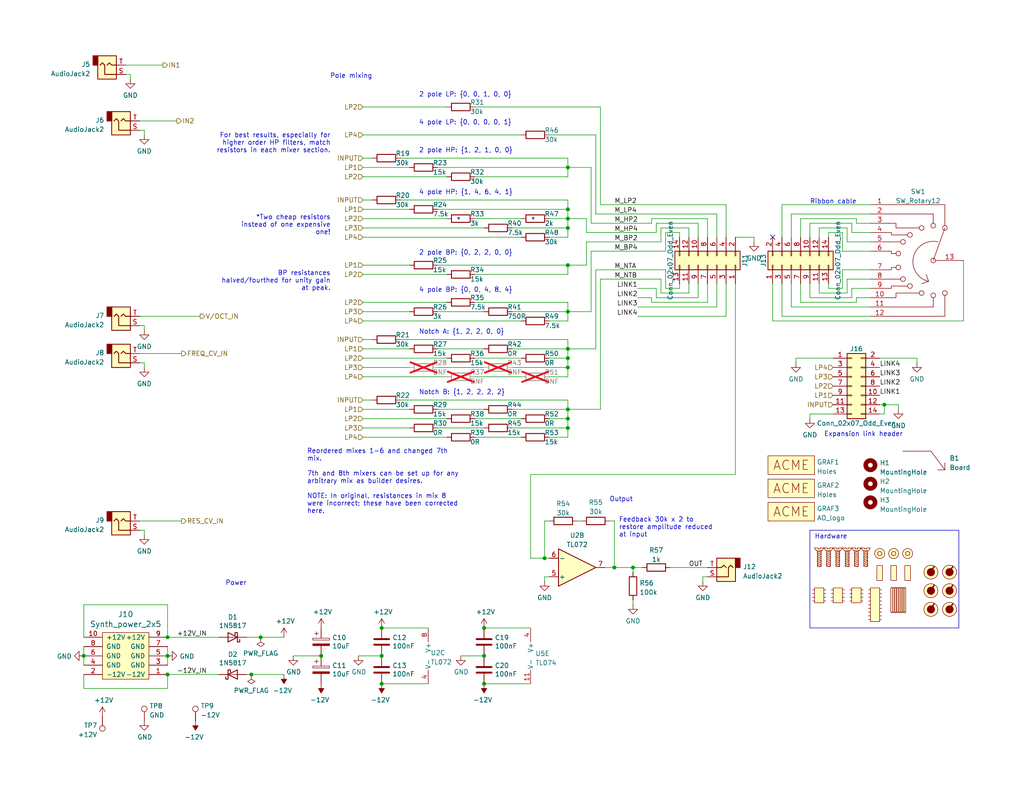
<source format=kicad_sch>
(kicad_sch (version 20230121) (generator eeschema)
  (paper "USLetter")
  (title_block (title "Pole mixing filter") (date "2022-03-29") (company "mods by Rich Holmes / Analog Output") (comment 1 "CC BY-NC-SA 4.0") (comment 2 "https://electricdruid.net/multimode-filters-part-2-pole-mixing-filters/") (comment 3 "Based on Electric Druid design "))
  (junction (at 154.94 62.23))
  (junction (at 154.94 95.25))
  (junction (at 22.86 179.07))
  (junction (at 154.94 57.15))
  (junction (at 104.14 186.69))
  (junction (at 241.3 110.49))
  (junction (at 154.94 100.33))
  (junction (at 132.08 171.45))
  (junction (at 154.94 111.76))
  (junction (at 104.14 179.07))
  (junction (at 71.12 173.99))
  (junction (at 148.59 152.4))
  (junction (at 68.58 184.15))
  (junction (at 154.94 72.39))
  (junction (at 132.08 186.69))
  (junction (at 87.63 179.07))
  (junction (at 104.14 171.45))
  (junction (at 154.94 85.09))
  (junction (at 154.94 116.84))
  (junction (at 45.72 179.07))
  (junction (at 154.94 114.3))
  (junction (at 132.08 179.07))
  (junction (at 154.94 97.79))
  (junction (at 45.72 173.99))
  (junction (at 167.64 154.94))
  (junction (at 154.94 45.72))
  (junction (at 172.72 154.94))
  (junction (at 45.72 184.15))
  (junction (at 154.94 59.69))
  (no_connect (at 210.82 64.77))
  (wire (pts (xy 119.38 95.25) (xy 132.08 95.25)))
  (wire (pts (xy 226.06 78.74) (xy 226.06 77.47)))
  (wire (pts (xy 99.06 116.84) (xy 111.76 116.84)))
  (wire (pts (xy 99.06 92.71) (xy 101.6 92.71)))
  (wire (pts (xy 148.59 158.75) (xy 148.59 157.48)))
  (wire (pts (xy 154.94 109.22) (xy 154.94 111.76)))
  (wire (pts (xy 179.07 60.96) (xy 190.5 60.96)))
  (wire (pts (xy 129.54 82.55) (xy 154.94 82.55)))
  (wire (pts (xy 177.8 60.96) (xy 177.8 59.69)))
  (wire (pts (xy 177.8 59.69) (xy 193.04 59.69)))
  (wire (pts (xy 139.7 100.33) (xy 154.94 100.33)))
  (wire (pts (xy 45.72 173.99) (xy 59.69 173.99)))
  (wire (pts (xy 129.54 97.79) (xy 142.24 97.79)))
  (wire (pts (xy 154.94 95.25) (xy 154.94 97.79)))
  (wire (pts (xy 193.04 157.48) (xy 191.77 157.48)))
  (wire (pts (xy 99.06 64.77) (xy 142.24 64.77)))
  (wire (pts (xy 250.19 97.79) (xy 240.03 97.79)))
  (wire (pts (xy 173.99 83.82) (xy 195.58 83.82)))
  (wire (pts (xy 116.84 171.45) (xy 104.14 171.45)))
  (wire (pts (xy 154.94 64.77) (xy 149.86 64.77)))
  (wire (pts (xy 71.12 173.99) (xy 77.47 173.99)))
  (wire (pts (xy 245.11 110.49) (xy 241.3 110.49)))
  (wire (pts (xy 182.88 154.94) (xy 193.04 154.94)))
  (wire (pts (xy 139.7 62.23) (xy 154.94 62.23)))
  (wire (pts (xy 116.84 186.69) (xy 104.14 186.69)))
  (wire (pts (xy 99.06 119.38) (xy 121.92 119.38)))
  (wire (pts (xy 223.52 62.23) (xy 231.14 62.23)))
  (wire (pts (xy 45.72 179.07) (xy 45.72 181.61)))
  (wire (pts (xy 167.64 154.94) (xy 172.72 154.94)))
  (wire (pts (xy 172.72 154.94) (xy 172.72 156.21)))
  (wire (pts (xy 215.9 77.47) (xy 215.9 83.82)))
  (wire (pts (xy 154.94 59.69) (xy 154.94 62.23)))
  (wire (pts (xy 99.06 48.26) (xy 121.92 48.26)))
  (wire (pts (xy 233.68 59.69) (xy 233.68 60.96)))
  (wire (pts (xy 232.41 81.28) (xy 220.98 81.28)))
  (wire (pts (xy 99.06 72.39) (xy 111.76 72.39)))
  (wire (pts (xy 119.38 111.76) (xy 132.08 111.76)))
  (wire (pts (xy 144.78 186.69) (xy 132.08 186.69)))
  (wire (pts (xy 172.72 154.94) (xy 175.26 154.94)))
  (wire (pts (xy 200.66 64.77) (xy 205.74 64.77)))
  (wire (pts (xy 45.72 165.1) (xy 45.72 173.99)))
  (wire (pts (xy 99.06 82.55) (xy 121.92 82.55)))
  (wire (pts (xy 148.59 157.48) (xy 149.86 157.48)))
  (wire (pts (xy 139.7 111.76) (xy 154.94 111.76)))
  (wire (pts (xy 129.54 59.69) (xy 142.24 59.69)))
  (wire (pts (xy 99.06 95.25) (xy 111.76 95.25)))
  (wire (pts (xy 149.86 36.83) (xy 162.56 36.83)))
  (wire (pts (xy 129.54 119.38) (xy 142.24 119.38)))
  (wire (pts (xy 109.22 54.61) (xy 154.94 54.61)))
  (wire (pts (xy 154.94 85.09) (xy 154.94 87.63)))
  (wire (pts (xy 231.14 76.2) (xy 231.14 80.01)))
  (wire (pts (xy 241.3 110.49) (xy 240.03 110.49)))
  (wire (pts (xy 99.06 114.3) (xy 121.92 114.3)))
  (wire (pts (xy 68.58 184.15) (xy 77.47 184.15)))
  (wire (pts (xy 177.8 81.28) (xy 177.8 82.55)))
  (wire (pts (xy 195.58 58.42) (xy 195.58 64.77)))
  (wire (pts (xy 223.52 62.23) (xy 223.52 64.77)))
  (wire (pts (xy 181.61 63.5) (xy 185.42 63.5)))
  (wire (pts (xy 250.19 97.79) (xy 250.19 99.06)))
  (wire (pts (xy 233.68 60.96) (xy 237.49 60.96)))
  (wire (pts (xy 180.34 66.04) (xy 180.34 62.23)))
  (wire (pts (xy 154.94 95.25) (xy 162.56 95.25)))
  (wire (pts (xy 45.72 184.15) (xy 59.69 184.15)))
  (wire (pts (xy 109.22 92.71) (xy 154.94 92.71)))
  (wire (pts (xy 109.22 109.22) (xy 154.94 109.22)))
  (wire (pts (xy 67.31 173.99) (xy 71.12 173.99)))
  (wire (pts (xy 165.1 154.94) (xy 167.64 154.94)))
  (wire (pts (xy 139.7 85.09) (xy 154.94 85.09)))
  (wire (pts (xy 237.49 66.04) (xy 231.14 66.04)))
  (wire (pts (xy 210.82 77.47) (xy 210.82 87.63)))
  (wire (pts (xy 179.07 78.74) (xy 179.07 81.28)))
  (wire (pts (xy 38.1 99.06) (xy 39.37 99.06)))
  (wire (pts (xy 119.38 100.33) (xy 132.08 100.33)))
  (wire (pts (xy 166.37 142.24) (xy 167.64 142.24)))
  (wire (pts (xy 229.87 73.66) (xy 229.87 78.74)))
  (wire (pts (xy 129.54 48.26) (xy 154.94 48.26)))
  (wire (pts (xy 148.59 142.24) (xy 149.86 142.24)))
  (wire (pts (xy 160.02 59.69) (xy 160.02 63.5)))
  (wire (pts (xy 154.94 111.76) (xy 163.83 111.76)))
  (wire (pts (xy 160.02 72.39) (xy 160.02 66.04)))
  (wire (pts (xy 39.37 88.9) (xy 39.37 90.17)))
  (wire (pts (xy 99.06 102.87) (xy 121.92 102.87)))
  (wire (pts (xy 237.49 55.88) (xy 213.36 55.88)))
  (wire (pts (xy 195.58 77.47) (xy 195.58 83.82)))
  (wire (pts (xy 173.99 81.28) (xy 177.8 81.28)))
  (wire (pts (xy 154.94 85.09) (xy 161.29 85.09)))
  (wire (pts (xy 149.86 152.4) (xy 148.59 152.4)))
  (wire (pts (xy 232.41 78.74) (xy 232.41 81.28)))
  (wire (pts (xy 99.06 62.23) (xy 132.08 62.23)))
  (wire (pts (xy 154.94 100.33) (xy 154.94 102.87)))
  (wire (pts (xy 161.29 60.96) (xy 177.8 60.96)))
  (wire (pts (xy 226.06 63.5) (xy 226.06 64.77)))
  (wire (pts (xy 22.86 187.96) (xy 45.72 187.96)))
  (wire (pts (xy 154.94 45.72) (xy 161.29 45.72)))
  (wire (pts (xy 144.78 129.54) (xy 144.78 152.4)))
  (wire (pts (xy 129.54 102.87) (xy 142.24 102.87)))
  (wire (pts (xy 205.74 66.04) (xy 205.74 64.77)))
  (wire (pts (xy 99.06 59.69) (xy 121.92 59.69)))
  (wire (pts (xy 237.49 58.42) (xy 215.9 58.42)))
  (wire (pts (xy 220.98 77.47) (xy 220.98 81.28)))
  (wire (pts (xy 160.02 66.04) (xy 180.34 66.04)))
  (wire (pts (xy 38.1 142.24) (xy 49.53 142.24)))
  (wire (pts (xy 99.06 45.72) (xy 111.76 45.72)))
  (wire (pts (xy 109.22 43.18) (xy 154.94 43.18)))
  (wire (pts (xy 35.56 20.32) (xy 35.56 21.59)))
  (wire (pts (xy 160.02 63.5) (xy 179.07 63.5)))
  (wire (pts (xy 99.06 29.21) (xy 121.92 29.21)))
  (wire (pts (xy 99.06 43.18) (xy 101.6 43.18)))
  (wire (pts (xy 154.94 114.3) (xy 154.94 116.84)))
  (wire (pts (xy 180.34 80.01) (xy 187.96 80.01)))
  (wire (pts (xy 232.41 60.96) (xy 220.98 60.96)))
  (wire (pts (xy 38.1 33.02) (xy 48.26 33.02)))
  (wire (pts (xy 163.83 55.88) (xy 198.12 55.88)))
  (wire (pts (xy 99.06 97.79) (xy 121.92 97.79)))
  (wire (pts (xy 163.83 29.21) (xy 163.83 55.88)))
  (wire (pts (xy 99.06 36.83) (xy 142.24 36.83)))
  (wire (pts (xy 213.36 55.88) (xy 213.36 64.77)))
  (wire (pts (xy 129.54 29.21) (xy 163.83 29.21)))
  (wire (pts (xy 119.38 72.39) (xy 154.94 72.39)))
  (wire (pts (xy 181.61 68.58) (xy 181.61 63.5)))
  (wire (pts (xy 154.94 72.39) (xy 154.94 74.93)))
  (wire (pts (xy 154.94 87.63) (xy 149.86 87.63)))
  (wire (pts (xy 173.99 86.36) (xy 198.12 86.36)))
  (wire (pts (xy 220.98 60.96) (xy 220.98 64.77)))
  (wire (pts (xy 22.86 176.53) (xy 22.86 179.07)))
  (wire (pts (xy 39.37 99.06) (xy 39.37 100.33)))
  (wire (pts (xy 129.54 74.93) (xy 154.94 74.93)))
  (wire (pts (xy 179.07 81.28) (xy 190.5 81.28)))
  (wire (pts (xy 237.49 76.2) (xy 231.14 76.2)))
  (wire (pts (xy 99.06 87.63) (xy 142.24 87.63)))
  (wire (pts (xy 198.12 77.47) (xy 198.12 86.36)))
  (wire (pts (xy 229.87 78.74) (xy 226.06 78.74)))
  (wire (pts (xy 163.83 111.76) (xy 163.83 76.2)))
  (wire (pts (xy 139.7 95.25) (xy 154.94 95.25)))
  (wire (pts (xy 231.14 66.04) (xy 231.14 62.23)))
  (wire (pts (xy 223.52 80.01) (xy 231.14 80.01)))
  (wire (pts (xy 180.34 62.23) (xy 187.96 62.23)))
  (wire (pts (xy 154.94 102.87) (xy 149.86 102.87)))
  (wire (pts (xy 262.89 87.63) (xy 262.89 71.12)))
  (wire (pts (xy 119.38 116.84) (xy 132.08 116.84)))
  (wire (pts (xy 39.37 144.78) (xy 39.37 146.05)))
  (wire (pts (xy 217.17 99.06) (xy 217.17 97.79)))
  (wire (pts (xy 144.78 171.45) (xy 132.08 171.45)))
  (wire (pts (xy 149.86 97.79) (xy 154.94 97.79)))
  (wire (pts (xy 200.66 77.47) (xy 200.66 129.54)))
  (wire (pts (xy 154.94 111.76) (xy 154.94 114.3)))
  (wire (pts (xy 233.68 82.55) (xy 218.44 82.55)))
  (wire (pts (xy 233.68 59.69) (xy 218.44 59.69)))
  (wire (pts (xy 190.5 60.96) (xy 190.5 64.77)))
  (wire (pts (xy 162.56 73.66) (xy 181.61 73.66)))
  (wire (pts (xy 67.31 184.15) (xy 68.58 184.15)))
  (wire (pts (xy 229.87 63.5) (xy 226.06 63.5)))
  (wire (pts (xy 237.49 78.74) (xy 232.41 78.74)))
  (wire (pts (xy 38.1 88.9) (xy 39.37 88.9)))
  (wire (pts (xy 240.03 113.03) (xy 241.3 113.03)))
  (wire (pts (xy 162.56 95.25) (xy 162.56 73.66)))
  (wire (pts (xy 99.06 54.61) (xy 101.6 54.61)))
  (wire (pts (xy 148.59 142.24) (xy 148.59 152.4)))
  (wire (pts (xy 39.37 35.56) (xy 39.37 36.83)))
  (wire (pts (xy 190.5 77.47) (xy 190.5 81.28)))
  (wire (pts (xy 237.49 83.82) (xy 215.9 83.82)))
  (wire (pts (xy 245.11 111.76) (xy 245.11 110.49)))
  (wire (pts (xy 237.49 68.58) (xy 229.87 68.58)))
  (wire (pts (xy 125.73 179.07) (xy 132.08 179.07)))
  (wire (pts (xy 167.64 142.24) (xy 167.64 154.94)))
  (wire (pts (xy 119.38 85.09) (xy 132.08 85.09)))
  (wire (pts (xy 215.9 58.42) (xy 215.9 64.77)))
  (wire (pts (xy 177.8 82.55) (xy 193.04 82.55)))
  (wire (pts (xy 218.44 77.47) (xy 218.44 82.55)))
  (wire (pts (xy 22.86 165.1) (xy 45.72 165.1)))
  (wire (pts (xy 154.94 62.23) (xy 154.94 64.77)))
  (wire (pts (xy 181.61 78.74) (xy 185.42 78.74)))
  (wire (pts (xy 154.94 57.15) (xy 154.94 59.69)))
  (wire (pts (xy 154.94 59.69) (xy 160.02 59.69)))
  (wire (pts (xy 22.86 179.07) (xy 22.86 181.61)))
  (wire (pts (xy 187.96 80.01) (xy 187.96 77.47)))
  (wire (pts (xy 38.1 86.36) (xy 54.61 86.36)))
  (wire (pts (xy 213.36 77.47) (xy 213.36 86.36)))
  (wire (pts (xy 38.1 96.52) (xy 49.53 96.52)))
  (wire (pts (xy 99.06 111.76) (xy 111.76 111.76)))
  (wire (pts (xy 232.41 63.5) (xy 232.41 60.96)))
  (wire (pts (xy 144.78 152.4) (xy 148.59 152.4)))
  (wire (pts (xy 149.86 114.3) (xy 154.94 114.3)))
  (wire (pts (xy 119.38 57.15) (xy 154.94 57.15)))
  (wire (pts (xy 154.94 116.84) (xy 154.94 119.38)))
  (wire (pts (xy 99.06 100.33) (xy 111.76 100.33)))
  (wire (pts (xy 193.04 77.47) (xy 193.04 82.55)))
  (wire (pts (xy 99.06 74.93) (xy 121.92 74.93)))
  (wire (pts (xy 154.94 82.55) (xy 154.94 85.09)))
  (wire (pts (xy 210.82 87.63) (xy 262.89 87.63)))
  (wire (pts (xy 161.29 45.72) (xy 161.29 60.96)))
  (wire (pts (xy 154.94 45.72) (xy 154.94 48.26)))
  (wire (pts (xy 154.94 92.71) (xy 154.94 95.25)))
  (wire (pts (xy 185.42 63.5) (xy 185.42 64.77)))
  (wire (pts (xy 223.52 80.01) (xy 223.52 77.47)))
  (wire (pts (xy 38.1 35.56) (xy 39.37 35.56)))
  (wire (pts (xy 162.56 36.83) (xy 162.56 58.42)))
  (wire (pts (xy 22.86 173.99) (xy 22.86 165.1)))
  (wire (pts (xy 187.96 62.23) (xy 187.96 64.77)))
  (wire (pts (xy 241.3 110.49) (xy 241.3 113.03)))
  (wire (pts (xy 237.49 73.66) (xy 229.87 73.66)))
  (wire (pts (xy 229.87 68.58) (xy 229.87 63.5)))
  (wire (pts (xy 233.68 81.28) (xy 237.49 81.28)))
  (wire (pts (xy 129.54 114.3) (xy 142.24 114.3)))
  (wire (pts (xy 185.42 77.47) (xy 185.42 78.74)))
  (wire (pts (xy 233.68 82.55) (xy 233.68 81.28)))
  (wire (pts (xy 99.06 57.15) (xy 111.76 57.15)))
  (wire (pts (xy 45.72 176.53) (xy 45.72 179.07)))
  (wire (pts (xy 220.98 114.3) (xy 220.98 113.03)))
  (wire (pts (xy 154.94 72.39) (xy 160.02 72.39)))
  (wire (pts (xy 157.48 142.24) (xy 158.75 142.24)))
  (wire (pts (xy 97.79 179.07) (xy 104.14 179.07)))
  (wire (pts (xy 181.61 73.66) (xy 181.61 78.74)))
  (wire (pts (xy 172.72 163.83) (xy 172.72 165.1)))
  (wire (pts (xy 161.29 85.09) (xy 161.29 68.58)))
  (wire (pts (xy 217.17 97.79) (xy 227.33 97.79)))
  (wire (pts (xy 139.7 116.84) (xy 154.94 116.84)))
  (wire (pts (xy 45.72 187.96) (xy 45.72 184.15)))
  (wire (pts (xy 198.12 55.88) (xy 198.12 64.77)))
  (wire (pts (xy 99.06 85.09) (xy 111.76 85.09)))
  (wire (pts (xy 220.98 113.03) (xy 227.33 113.03)))
  (wire (pts (xy 144.78 129.54) (xy 200.66 129.54)))
  (wire (pts (xy 237.49 86.36) (xy 213.36 86.36)))
  (wire (pts (xy 34.29 17.78) (xy 44.45 17.78)))
  (wire (pts (xy 193.04 59.69) (xy 193.04 64.77)))
  (wire (pts (xy 237.49 63.5) (xy 232.41 63.5)))
  (wire (pts (xy 161.29 68.58) (xy 181.61 68.58)))
  (wire (pts (xy 149.86 59.69) (xy 154.94 59.69)))
  (wire (pts (xy 154.94 43.18) (xy 154.94 45.72)))
  (wire (pts (xy 80.01 179.07) (xy 87.63 179.07)))
  (wire (pts (xy 34.29 20.32) (xy 35.56 20.32)))
  (wire (pts (xy 119.38 45.72) (xy 154.94 45.72)))
  (wire (pts (xy 218.44 59.69) (xy 218.44 64.77)))
  (wire (pts (xy 38.1 144.78) (xy 39.37 144.78)))
  (wire (pts (xy 163.83 76.2) (xy 180.34 76.2)))
  (wire (pts (xy 22.86 184.15) (xy 22.86 187.96)))
  (wire (pts (xy 154.94 97.79) (xy 154.94 100.33)))
  (wire (pts (xy 154.94 119.38) (xy 149.86 119.38)))
  (wire (pts (xy 154.94 54.61) (xy 154.94 57.15)))
  (wire (pts (xy 173.99 78.74) (xy 179.07 78.74)))
  (wire (pts (xy 191.77 157.48) (xy 191.77 158.75)))
  (wire (pts (xy 180.34 76.2) (xy 180.34 80.01)))
  (wire (pts (xy 162.56 58.42) (xy 195.58 58.42)))
  (wire (pts (xy 99.06 109.22) (xy 101.6 109.22)))
  (wire (pts (xy 179.07 63.5) (xy 179.07 60.96)))
  (rectangle (start 220.98 144.78) (end 261.62 171.45))
  (text_box "BP resistances halved/fourthed for unity gain at peak." (at 58.7103 72.7296 0) (size 32.4757 5.7564) (stroke (width -0.0001)) (effects (font (size 1.27 1.27)) (justify right top)))
  (text_box "*Two cheap resistors instead of one expensive one!" (at 61.5163 57.4896 0) (size 29.6697 5.7564) (stroke (width -0.0001)) (effects (font (size 1.27 1.27)) (justify right top)))
  (text_box "Reordered mixes 1-6 and changed 7th mix.\n\n7th and 8th mixers can be set up for any arbitrary mix as builder desires.\n\nNOTE: In original, resistances in mix 8 were incorrect; these have been corrected here.\n" (at 82.804 121.3452 0) (size 44.1717 18.1008) (stroke (width -0.0001)) (effects (font (size 1.27 1.27)) (justify left top)))
  (text_box "For best results, especially for higher order HP filters, match resistors in each mixer section." (at 56.9685 35.1122 0) (size 34.2175 7.8138) (stroke (width -0.0001)) (effects (font (size 1.27 1.27)) (justify right top)))
  (text_box "Feedback 30k x 2 to restore amplitude reduced at input" (at 167.894 140.0396 0) (size 29.0771 5.7564) (stroke (width -0.0001)) (effects (font (size 1.27 1.27)) (justify left top)))
  (text "Pole mixing" (at 101.6 21.59 0) (effects (font (size 1.27 1.27)) (justify right bottom)))
  (text "4 pole BP: {0, 0, 4, 8, 4}" (at 114.3 80.01 0) (effects (font (size 1.27 1.27)) (justify left bottom)))
  (text "2 pole BP: {0, 2, 2, 0, 0}" (at 114.3 69.85 0) (effects (font (size 1.27 1.27)) (justify left bottom)))
  (text "2 pole HP: {1, 2, 1, 0, 0}" (at 114.3 41.91 0) (effects (font (size 1.27 1.27)) (justify left bottom)))
  (text "Ribbon cable" (at 220.98 55.88 0) (effects (font (size 1.27 1.27)) (justify left bottom)))
  (text "Power" (at 67.31 160.02 0) (effects (font (size 1.27 1.27)) (justify right bottom)))
  (text "*" (at 146.05 60.96 0) (effects (font (size 1.27 1.27)) (justify right bottom)))
  (text "Hardware" (at 222.25 147.32 0) (effects (font (size 1.27 1.27)) (justify left bottom)))
  (text "4 pole LP: {0, 0, 0, 0, 1}" (at 114.3 34.29 0) (effects (font (size 1.27 1.27)) (justify left bottom)))
  (text "2 pole LP: {0, 0, 1, 0, 0}" (at 114.3 26.67 0) (effects (font (size 1.27 1.27)) (justify left bottom)))
  (text "Output" (at 172.72 137.16 0) (effects (font (size 1.27 1.27)) (justify right bottom)))
  (text "Notch A: {1, 2, 2, 0, 0}" (at 114.3 91.44 0) (effects (font (size 1.27 1.27)) (justify left bottom)))
  (text "Notch B: {1, 2, 2, 2, 2}" (at 114.3 107.95 0) (effects (font (size 1.27 1.27)) (justify left bottom)))
  (text "4 pole HP: {1, 4, 6, 4, 1}" (at 114.3 53.34 0) (effects (font (size 1.27 1.27)) (justify left bottom)))
  (text "Expansion link header\n" (at 246.38 119.38 0) (effects (font (size 1.27 1.27)) (justify right bottom)))
  (text "*" (at 125.73 60.96 0) (effects (font (size 1.27 1.27)) (justify right bottom)))
  (label "LINK4" (at 173.99 86.36 180) (property "Intersheetrefs" "${INTERSHEET_REFS}" (effects hide)))
  (label "M_LP2" (at 167.64 55.88 0))
  (label "LINK1" (at 173.99 78.74 180) (property "Intersheetrefs" "${INTERSHEET_REFS}" (effects hide)))
  (label "LINK2" (at 173.99 81.28 180) (property "Intersheetrefs" "${INTERSHEET_REFS}" (effects hide)))
  (label "LINK2" (at 240.03 105.41 0) (property "Intersheetrefs" "${INTERSHEET_REFS}" (effects hide)))
  (label "M_NTB" (at 167.64 76.2 0))
  (label "M_HP4" (at 167.64 63.5 0))
  (label "LINK3" (at 173.99 83.82 180) (property "Intersheetrefs" "${INTERSHEET_REFS}" (effects hide)))
  (label "M_BP2" (at 167.64 66.04 0))
  (label "OUT" (at 191.77 154.94 180))
  (label "LINK1" (at 240.03 107.95 0) (property "Intersheetrefs" "${INTERSHEET_REFS}" (effects hide)))
  (label "LINK3" (at 240.03 102.87 0) (property "Intersheetrefs" "${INTERSHEET_REFS}" (effects hide)))
  (label "M_LP4" (at 167.64 58.42 0))
  (label "M_BP4" (at 167.64 68.58 0))
  (label "M_NTA" (at 167.64 73.66 0))
  (label "-12V_IN" (at 48.26 184.15 0))
  (label "+12V_IN" (at 48.26 173.99 0))
  (label "LINK4" (at 240.03 100.33 0) (property "Intersheetrefs" "${INTERSHEET_REFS}" (effects hide)))
  (label "M_HP2" (at 167.64 60.96 0))
  (hierarchical_label "LP2" (shape input) (at 99.06 48.26 180) (property "Intersheetrefs" "${INTERSHEET_REFS}" (effects hide)))
  (hierarchical_label "LP3" (shape input) (at 99.06 100.33 180) (property "Intersheetrefs" "${INTERSHEET_REFS}" (effects hide)))
  (hierarchical_label "LP2" (shape input) (at 99.06 29.21 180) (property "Intersheetrefs" "${INTERSHEET_REFS}" (effects hide)))
  (hierarchical_label "LP3" (shape input) (at 99.06 116.84 180) (property "Intersheetrefs" "${INTERSHEET_REFS}" (effects hide)))
  (hierarchical_label "INPUT" (shape input) (at 99.06 43.18 180) (property "Intersheetrefs" "${INTERSHEET_REFS}" (effects hide)))
  (hierarchical_label "LP4" (shape input) (at 99.06 64.77 180) (property "Intersheetrefs" "${INTERSHEET_REFS}" (effects hide)))
  (hierarchical_label "FREQ_CV_IN" (shape output) (at 49.53 96.52 0))
  (hierarchical_label "LP4" (shape input) (at 99.06 87.63 180) (property "Intersheetrefs" "${INTERSHEET_REFS}" (effects hide)))
  (hierarchical_label "LP4" (shape input) (at 227.33 100.33 180) (property "Intersheetrefs" "${INTERSHEET_REFS}" (effects hide)))
  (hierarchical_label "LP2" (shape input) (at 99.06 97.79 180) (property "Intersheetrefs" "${INTERSHEET_REFS}" (effects hide)))
  (hierarchical_label "LP1" (shape input) (at 99.06 72.39 180) (property "Intersheetrefs" "${INTERSHEET_REFS}" (effects hide)))
  (hierarchical_label "LP2" (shape input) (at 99.06 74.93 180) (property "Intersheetrefs" "${INTERSHEET_REFS}" (effects hide)))
  (hierarchical_label "LP2" (shape input) (at 227.33 105.41 180) (property "Intersheetrefs" "${INTERSHEET_REFS}" (effects hide)))
  (hierarchical_label "LP4" (shape input) (at 99.06 36.83 180) (property "Intersheetrefs" "${INTERSHEET_REFS}" (effects hide)))
  (hierarchical_label "INPUT" (shape input) (at 99.06 109.22 180) (property "Intersheetrefs" "${INTERSHEET_REFS}" (effects hide)))
  (hierarchical_label "LP3" (shape input) (at 227.33 102.87 180) (property "Intersheetrefs" "${INTERSHEET_REFS}" (effects hide)))
  (hierarchical_label "IN2" (shape output) (at 48.26 33.02 0))
  (hierarchical_label "LP1" (shape input) (at 99.06 57.15 180) (property "Intersheetrefs" "${INTERSHEET_REFS}" (effects hide)))
  (hierarchical_label "LP1" (shape input) (at 99.06 95.25 180) (property "Intersheetrefs" "${INTERSHEET_REFS}" (effects hide)))
  (hierarchical_label "LP3" (shape input) (at 99.06 62.23 180) (property "Intersheetrefs" "${INTERSHEET_REFS}" (effects hide)))
  (hierarchical_label "INPUT" (shape input) (at 99.06 54.61 180) (property "Intersheetrefs" "${INTERSHEET_REFS}" (effects hide)))
  (hierarchical_label "INPUT" (shape input) (at 99.06 92.71 180) (property "Intersheetrefs" "${INTERSHEET_REFS}" (effects hide)))
  (hierarchical_label "LP3" (shape input) (at 99.06 85.09 180) (property "Intersheetrefs" "${INTERSHEET_REFS}" (effects hide)))
  (hierarchical_label "LP4" (shape input) (at 99.06 102.87 180) (property "Intersheetrefs" "${INTERSHEET_REFS}" (effects hide)))
  (hierarchical_label "IN1" (shape output) (at 44.45 17.78 0))
  (hierarchical_label "LP2" (shape input) (at 99.06 82.55 180) (property "Intersheetrefs" "${INTERSHEET_REFS}" (effects hide)))
  (hierarchical_label "LP2" (shape input) (at 99.06 114.3 180) (property "Intersheetrefs" "${INTERSHEET_REFS}" (effects hide)))
  (hierarchical_label "LP2" (shape input) (at 99.06 59.69 180) (property "Intersheetrefs" "${INTERSHEET_REFS}" (effects hide)))
  (hierarchical_label "LP4" (shape input) (at 99.06 119.38 180) (property "Intersheetrefs" "${INTERSHEET_REFS}" (effects hide)))
  (hierarchical_label "LP1" (shape input) (at 227.33 107.95 180) (property "Intersheetrefs" "${INTERSHEET_REFS}" (effects hide)))
  (hierarchical_label "LP1" (shape input) (at 99.06 45.72 180) (property "Intersheetrefs" "${INTERSHEET_REFS}" (effects hide)))
  (hierarchical_label "INPUT" (shape input) (at 227.33 110.49 180) (property "Intersheetrefs" "${INTERSHEET_REFS}" (effects hide)))
  (hierarchical_label "LP1" (shape input) (at 99.06 111.76 180) (property "Intersheetrefs" "${INTERSHEET_REFS}" (effects hide)))
  (hierarchical_label "RES_CV_IN" (shape output) (at 49.53 142.24 0))
  (hierarchical_label "V{slash}OCT_IN" (shape output) (at 54.61 86.36 0))
  (symbol (lib_id "AO_symbols:Knob") (at 254 156.21 0) (unit 1) (on_board no)
    (property "Reference" "ZKN1" (effects hide))
    (property "Value" "Knob_MF-A04" (effects hide))
    (property "Description" "MF-A04 knob" (effects hide))
  )
  (symbol (lib_id "AO_symbols:DIP-8") (at 228.6 162.56 0) (unit 1) (on_board no)
    (property "Reference" "J15" (effects hide))
    (property "Value" "DIP-8" (effects hide))
    (property "Footprint" "AO_tht:DIP-8_W7.62mm_Socket_LongPads" (effects hide))
  )
  (symbol (lib_id "AO_symbols:R") (at 146.05 102.87 90) (unit 1) (in_bom no) (dnp yes)
    (property "Reference" "R51" (at 148.59 101.6 90) (effects (justify right)))
    (property "Value" "DNF" (at 148.59 104.14 90) (effects (justify right)))
    (property "Footprint" "pmf:R_Axial_DNF_L6.3mm_P10.16mm_Horizontal" (effects hide))
    (property "Vendor" "Tayda" (effects hide))
    (property "Description" "Do not populate" (effects hide))
  )
  (symbol (lib_id "power:GND") (at 245.11 111.76 0) (unit 1)
    (property "Reference" "#PWR073" (effects hide))
    (property "Value" "GND" (at 245.11 116.2034 0))
  )
  (symbol (lib_id "AO_symbols:R") (at 146.05 59.69 90) (unit 1)
    (property "Reference" "R47" (at 148.59 58.42 90) (effects (justify right)))
    (property "Value" "2k" (at 148.59 60.96 90) (effects (justify right)))
    (property "Footprint" "AO_tht:R_Axial_DIN0207_L6.3mm_D2.5mm_P10.16mm_Horizontal" (effects hide))
    (property "Vendor" "Tayda" (effects hide))
  )
  (symbol (lib_id "AO_symbols:R") (at 105.41 43.18 90) (unit 1)
    (property "Reference" "R19" (at 107.95 41.91 90) (effects (justify right)))
    (property "Value" "30k" (at 107.95 44.45 90) (effects (justify right)))
    (property "Footprint" "AO_tht:R_Axial_DIN0207_L6.3mm_D2.5mm_P10.16mm_Horizontal" (effects hide))
    (property "Vendor" "Tayda" (effects hide))
  )
  (symbol (lib_id "AO_symbols:R") (at 135.89 85.09 90) (unit 1)
    (property "Reference" "R41" (at 138.43 83.82 90) (effects (justify right)))
    (property "Value" "750R" (at 138.43 86.36 90) (effects (justify right)))
    (property "Footprint" "AO_tht:R_Axial_DIN0207_L6.3mm_D2.5mm_P10.16mm_Horizontal" (effects hide))
    (property "Vendor" "Tayda" (effects hide))
  )
  (symbol (lib_id "AO_symbols:Washer") (at 243.84 151.13 0) (unit 1) (on_board no)
    (property "Reference" "ZWA2" (effects hide))
    (property "Value" "Washer" (effects hide))
    (property "Description" "M3 washer" (effects hide))
  )
  (symbol (lib_id "power:GND") (at 39.37 100.33 0) (unit 1)
    (property "Reference" "#PWR023" (effects hide))
    (property "Value" "GND" (at 39.37 104.7734 0))
  )
  (symbol (lib_id "AO_symbols:R") (at 172.72 160.02 0) (unit 1)
    (property "Reference" "R56" (at 174.498 159.1853 0) (effects (justify left)))
    (property "Value" "100k" (at 174.498 161.7222 0) (effects (justify left)))
    (property "Footprint" "AO_tht:R_Axial_DIN0207_L6.3mm_D2.5mm_P10.16mm_Horizontal" (effects hide))
    (property "Vendor" "Tayda" (effects hide))
  )
  (symbol (lib_id "AO_symbols:Screw") (at 233.68 152.4 0) (unit 1) (on_board no)
    (property "Reference" "ZSC5" (effects hide))
    (property "Value" "Screw" (effects hide))
    (property "Description" "M3 machine screw 6 mm" (effects hide))
  )
  (symbol (lib_id "power:GND") (at 97.79 179.07 0) (unit 1)
    (property "Reference" "#PWR033" (effects hide))
    (property "Value" "GND" (at 97.917 183.4642 0))
  )
  (symbol (lib_id "power:+12V") (at 27.94 195.58 0) (unit 1)
    (property "Reference" "#PWR019" (effects hide))
    (property "Value" "+12V" (at 28.321 191.1858 0))
  )
  (symbol (lib_id "power:PWR_FLAG") (at 68.58 184.15 0) (mirror x) (unit 1)
    (property "Reference" "#FLG01" (effects hide))
    (property "Value" "PWR_FLAG" (at 68.58 188.5442 0))
  )
  (symbol (lib_id "AO_symbols:CP") (at 87.63 182.88 0) (unit 1)
    (property "Reference" "C11" (at 90.6272 181.7116 0) (effects (justify left)))
    (property "Value" "10uF" (at 90.6272 184.023 0) (effects (justify left)))
    (property "Footprint" "AO_tht:CP_Radial_D6.3mm_P2.50mm" (effects hide))
    (property "Vendor" "Tayda" (effects hide))
    (property "SKU" "A-4349" (effects hide))
    (property "Description" "Electrolytic capacitor, 2.5 mm lead spacing" (effects hide))
  )
  (symbol (lib_id "power:+12V") (at 104.14 171.45 0) (unit 1)
    (property "Reference" "#PWR034" (effects hide))
    (property "Value" "+12V" (at 104.521 167.0558 0))
  )
  (symbol (lib_id "AO_symbols:R") (at 179.07 154.94 90) (unit 1)
    (property "Reference" "R57" (at 179.07 150.2242 90))
    (property "Value" "1k" (at 179.07 152.7611 90))
    (property "Footprint" "AO_tht:R_Axial_DIN0207_L6.3mm_D2.5mm_P10.16mm_Horizontal" (effects hide))
    (property "Vendor" "Tayda" (effects hide))
  )
  (symbol (lib_id "AO_symbols:R") (at 135.89 111.76 90) (unit 1)
    (property "Reference" "R44" (at 138.43 110.49 90) (effects (justify right)))
    (property "Value" "0R" (at 138.43 113.03 90) (effects (justify right)))
    (property "Footprint" "pmf:Wire_Jumper_10.16" (effects hide))
    (property "Vendor" "Tayda" (effects hide))
    (property "Description" "Populate with wire jumper (resistor leg)" (effects hide))
  )
  (symbol (lib_id "AO_symbols:AudioJack2") (at 33.02 33.02 0) (mirror x) (unit 1)
    (property "Reference" "J6" (at 28.4481 32.8203 0) (effects (justify right)))
    (property "Value" "AudioJack2" (at 28.4481 35.3572 0) (effects (justify right)))
    (property "Footprint" "AO_tht:Jack_6.35mm_PJ_629HAN_slots" (effects hide))
    (property "Vendor" "Tayda" (effects hide))
    (property "SKU" "A-1121" (effects hide))
  )
  (symbol (lib_id "AO_symbols:R") (at 115.57 111.76 90) (unit 1)
    (property "Reference" "R29" (at 118.11 110.49 90) (effects (justify right)))
    (property "Value" "15k" (at 118.11 113.03 90) (effects (justify right)))
    (property "Footprint" "AO_tht:R_Axial_DIN0207_L6.3mm_D2.5mm_P10.16mm_Horizontal" (effects hide))
    (property "Vendor" "Tayda" (effects hide))
  )
  (symbol (lib_id "AO_symbols:R") (at 135.89 95.25 90) (unit 1)
    (property "Reference" "R42" (at 138.43 93.98 90) (effects (justify right)))
    (property "Value" "0R" (at 138.43 96.52 90) (effects (justify right)))
    (property "Footprint" "pmf:Wire_Jumper_10.16" (effects hide))
    (property "Vendor" "Tayda" (effects hide))
    (property "Description" "Populate with wire jumper (resistor leg)" (effects hide))
  )
  (symbol (lib_id "AO_symbols:R") (at 146.05 64.77 90) (unit 1)
    (property "Reference" "R48" (at 148.59 63.5 90) (effects (justify right)))
    (property "Value" "30k" (at 148.59 66.04 90) (effects (justify right)))
    (property "Footprint" "AO_tht:R_Axial_DIN0207_L6.3mm_D2.5mm_P10.16mm_Horizontal" (effects hide))
    (property "Vendor" "Tayda" (effects hide))
  )
  (symbol (lib_id "AO_symbols:MountingHole") (at 237.49 127 0) (unit 1) (in_bom no)
    (property "Reference" "H1" (at 240.03 126.365 0) (effects (justify left)))
    (property "Value" "MountingHole" (at 240.03 128.905 0) (effects (justify left)))
    (property "Footprint" "AO_tht:MountingHole_3.2mm_M3" (effects hide))
    (property "Config" "DNF" (effects hide))
  )
  (symbol (lib_id "power:GND") (at 35.56 21.59 0) (unit 1)
    (property "Reference" "#PWR020" (effects hide))
    (property "Value" "GND" (at 35.56 26.0334 0))
  )
  (symbol (lib_id "AO_symbols:R") (at 153.67 142.24 90) (unit 1)
    (property "Reference" "R54" (at 153.67 137.5242 90))
    (property "Value" "30k" (at 153.67 140.0611 90))
    (property "Footprint" "AO_tht:R_Axial_DIN0207_L6.3mm_D2.5mm_P10.16mm_Horizontal" (effects hide))
    (property "Vendor" "Tayda" (effects hide))
  )
  (symbol (lib_id "Connector_Generic:Conn_02x07_Odd_Even") (at 232.41 105.41 0) (unit 1)
    (property "Reference" "J16" (at 233.68 95.25 0))
    (property "Value" "Conn_02x07_Odd_Even" (at 233.68 115.57 0))
    (property "Footprint" "Connector_PinHeader_2.54mm:PinHeader_2x07_P2.54mm_Vertical" (effects hide))
    (property "Description" "2.54 mm pin header, 2x7 positions" (effects hide))
  )
  (symbol (lib_id "AO_symbols:R") (at 115.57 95.25 90) (unit 1)
    (property "Reference" "R27" (at 118.11 93.98 90) (effects (justify right)))
    (property "Value" "15k" (at 118.11 96.52 90) (effects (justify right)))
    (property "Footprint" "AO_tht:R_Axial_DIN0207_L6.3mm_D2.5mm_P10.16mm_Horizontal" (effects hide))
    (property "Vendor" "Tayda" (effects hide))
  )
  (symbol (lib_id "AO_symbols:DIP-8") (at 223.52 162.56 0) (unit 1) (on_board no)
    (property "Reference" "J14" (effects hide))
    (property "Value" "DIP-8" (effects hide))
    (property "Footprint" "AO_tht:DIP-8_W7.62mm_Socket_LongPads" (effects hide))
  )
  (symbol (lib_id "AO_symbols:R") (at 105.41 109.22 90) (unit 1)
    (property "Reference" "R22" (at 107.95 107.95 90) (effects (justify right)))
    (property "Value" "30k" (at 107.95 110.49 90) (effects (justify right)))
    (property "Footprint" "AO_tht:R_Axial_DIN0207_L6.3mm_D2.5mm_P10.16mm_Horizontal" (effects hide))
    (property "Vendor" "Tayda" (effects hide))
  )
  (symbol (lib_id "AO_symbols:TL074") (at 147.32 179.07 0) (unit 5)
    (property "Reference" "U5" (at 146.05 178.435 0) (effects (justify left)))
    (property "Value" "TL074" (at 146.05 180.975 0) (effects (justify left)))
    (property "Footprint" "AO_tht:DIP-14_W7.62mm_Socket_LongPads" (effects hide))
    (property "Vendor" "Tayda" (effects hide))
    (property "SKU" "A-1138" (effects hide))
    (instances (project "pmf" (path "" (reference "U5") (unit 5)) (path "" (reference "U1") (unit 5))))
  )
  (symbol (lib_id "power:GND") (at 220.98 114.3 0) (mirror y) (unit 1)
    (property "Reference" "#PWR072" (effects hide))
    (property "Value" "GND" (at 220.98 118.7434 0))
  )
  (symbol (lib_id "AO_symbols:Spacer") (at 240.03 156.21 0) (unit 1) (on_board no)
    (property "Reference" "ZSP1" (effects hide))
    (property "Value" "Spacer" (effects hide))
    (property "Description" "M3 spacer FF 10 mm" (effects hide))
  )
  (symbol (lib_id "AO_symbols:R") (at 115.57 57.15 90) (unit 1)
    (property "Reference" "R24" (at 118.11 55.88 90) (effects (justify right)))
    (property "Value" "7.5k" (at 118.11 58.42 90) (effects (justify right)))
    (property "Footprint" "AO_tht:R_Axial_DIN0207_L6.3mm_D2.5mm_P10.16mm_Horizontal" (effects hide))
    (property "Vendor" "Tayda" (effects hide))
  )
  (symbol (lib_id "power:PWR_FLAG") (at 71.12 173.99 0) (mirror x) (unit 1)
    (property "Reference" "#FLG02" (effects hide))
    (property "Value" "PWR_FLAG" (at 71.12 178.3842 0))
  )
  (symbol (lib_id "AO_symbols:SW_Rotary12") (at 247.65 71.12 0) (mirror y) (unit 1) (on_board no)
    (property "Reference" "SW1" (at 250.5075 52.3072 0))
    (property "Value" "SW_Rotary12" (at 250.5075 54.8441 0))
    (property "Footprint" "AO_tht:Rotary_Switch" (effects hide))
    (property "Datasheet" "http://cdn-reichelt.de/documents/datenblatt/C200/DS-Serie%23LOR.pdf" (effects hide))
    (property "Vendor" "Tayda" (effects hide))
    (property "SKU" "A-1893" (effects hide))
  )
  (symbol (lib_id "AO_symbols:Knob") (at 259.08 161.29 0) (unit 1) (on_board no)
    (property "Reference" "ZKN5" (effects hide))
    (property "Value" "Knob_MF-A03" (effects hide))
    (property "Description" "MF-A03 knob" (effects hide))
  )
  (symbol (lib_id "AO_symbols:R") (at 146.05 114.3 90) (unit 1)
    (property "Reference" "R52" (at 148.59 113.03 90) (effects (justify right)))
    (property "Value" "0R" (at 148.59 115.57 90) (effects (justify right)))
    (property "Footprint" "pmf:Wire_Jumper_10.16" (effects hide))
    (property "Vendor" "Tayda" (effects hide))
    (property "Description" "Populate with wire jumper (resistor leg)" (effects hide))
  )
  (symbol (lib_id "AO_symbols:Washer") (at 247.65 151.13 0) (unit 1) (on_board no)
    (property "Reference" "ZWA3" (effects hide))
    (property "Value" "Washer" (effects hide))
    (property "Description" "M3 washer" (effects hide))
  )
  (symbol (lib_id "AO_symbols:Ribbon_Cable") (at 245.11 163.83 0) (unit 1) (on_board no)
    (property "Reference" "W1" (effects hide))
    (property "Value" "Ribbon_Cable" (effects hide))
    (property "Description" "14 conductor 1.27 mm pitch ribbon cable 12 cm" (effects hide))
  )
  (symbol (lib_id "AO_symbols:Screw") (at 236.22 152.4 0) (unit 1) (on_board no)
    (property "Reference" "ZSC6" (effects hide))
    (property "Value" "Screw" (effects hide))
    (property "Description" "M3 machine screw 6 mm" (effects hide))
  )
  (symbol (lib_id "AO_symbols:R") (at 146.05 97.79 90) (unit 1)
    (property "Reference" "R50" (at 148.59 96.52 90) (effects (justify right)))
    (property "Value" "0R" (at 148.59 99.06 90) (effects (justify right)))
    (property "Footprint" "pmf:Wire_Jumper_10.16" (effects hide))
    (property "Vendor" "Tayda" (effects hide))
    (property "Description" "Populate with wire jumper (resistor leg)" (effects hide))
  )
  (symbol (lib_id "AO_symbols:Spacer") (at 243.84 156.21 0) (unit 1) (on_board no)
    (property "Reference" "ZSP2" (effects hide))
    (property "Value" "Spacer" (effects hide))
    (property "Description" "M3 spacer FF 10 mm" (effects hide))
  )
  (symbol (lib_id "AO_symbols:AudioJack2") (at 33.02 96.52 0) (mirror x) (unit 1)
    (property "Reference" "J8" (at 28.4481 96.3203 0) (effects (justify right)))
    (property "Value" "AudioJack2" (at 28.4481 98.8572 0) (effects (justify right)))
    (property "Footprint" "AO_tht:Jack_6.35mm_PJ_629HAN_slots" (effects hide))
    (property "Vendor" "Tayda" (effects hide))
    (property "SKU" "A-1121" (effects hide))
  )
  (symbol (lib_id "AO_symbols:R") (at 135.89 116.84 90) (unit 1)
    (property "Reference" "R45" (at 138.43 115.57 90) (effects (justify right)))
    (property "Value" "15k" (at 138.43 118.11 90) (effects (justify right)))
    (property "Footprint" "AO_tht:R_Axial_DIN0207_L6.3mm_D2.5mm_P10.16mm_Horizontal" (effects hide))
    (property "Vendor" "Tayda" (effects hide))
  )
  (symbol (lib_id "power:GND") (at 172.72 165.1 0) (unit 1)
    (property "Reference" "#PWR040" (effects hide))
    (property "Value" "GND" (at 172.72 169.5434 0))
  )
  (symbol (lib_id "AO_symbols:Spacer") (at 247.65 156.21 0) (unit 1) (on_board no)
    (property "Reference" "ZSP3" (effects hide))
    (property "Value" "Spacer" (effects hide))
    (property "Description" "M3 spacer FF 10 mm" (effects hide))
  )
  (symbol (lib_id "AO_symbols:R") (at 115.57 100.33 90) (unit 1) (in_bom no) (dnp yes)
    (property "Reference" "R28" (at 118.11 99.06 90) (effects (justify right)))
    (property "Value" "DNF" (at 118.11 101.6 90) (effects (justify right)))
    (property "Footprint" "pmf:R_Axial_DNF_L6.3mm_P10.16mm_Horizontal" (effects hide))
    (property "Vendor" "Tayda" (effects hide))
    (property "Description" "Do not populate" (effects hide))
  )
  (symbol (lib_id "AO_symbols:R") (at 125.73 74.93 90) (unit 1)
    (property "Reference" "R34" (at 128.27 73.66 90) (effects (justify right)))
    (property "Value" "15k" (at 128.27 76.2 90) (effects (justify right)))
    (property "Footprint" "AO_tht:R_Axial_DIN0207_L6.3mm_D2.5mm_P10.16mm_Horizontal" (effects hide))
    (property "Vendor" "Tayda" (effects hide))
  )
  (symbol (lib_id "AO_symbols:TL072") (at 114.3 179.07 0) (mirror y) (unit 3)
    (property "Reference" "U2" (at 117.475 178.2353 0) (effects (justify right)))
    (property "Value" "TL072" (at 117.475 180.7722 0) (effects (justify right)))
    (property "Footprint" "AO_tht:DIP-8_W7.62mm_Socket_LongPads" (effects hide))
    (property "Vendor" "Tayda" (effects hide))
    (property "SKU" "A-037" (effects hide))
  )
  (symbol (lib_id "power:+12V") (at 87.63 171.45 0) (unit 1)
    (property "Reference" "#PWR031" (effects hide))
    (property "Value" "+12V" (at 88.011 167.0558 0))
  )
  (symbol (lib_id "AO_symbols:TestPoint") (at 39.37 196.85 0) (unit 1) (in_bom no)
    (property "Reference" "TP8" (at 40.767 192.7133 0) (effects (justify left)))
    (property "Value" "GND" (at 40.767 195.2502 0) (effects (justify left)))
    (property "Footprint" "AO_tht:TestPoint_THTPad_D1.5mm_Drill0.7mm" (effects hide))
    (property "Config" "DNF" (effects hide))
  )
  (symbol (lib_id "AO_symbols:AudioJack2") (at 29.21 17.78 0) (mirror x) (unit 1)
    (property "Reference" "J5" (at 24.6381 17.5803 0) (effects (justify right)))
    (property "Value" "AudioJack2" (at 24.6381 20.1172 0) (effects (justify right)))
    (property "Footprint" "AO_tht:Jack_6.35mm_PJ_629HAN_slots" (effects hide))
    (property "Vendor" "Tayda" (effects hide))
    (property "SKU" "A-1121" (effects hide))
  )
  (symbol (lib_id "power:-12V") (at 132.08 186.69 180) (unit 1)
    (property "Reference" "#PWR038" (effects hide))
    (property "Value" "-12V" (at 131.699 191.0842 0))
  )
  (symbol (lib_id "power:GND") (at 39.37 196.85 0) (unit 1)
    (property "Reference" "#PWR025" (effects hide))
    (property "Value" "GND" (at 39.497 201.2442 0))
  )
  (symbol (lib_id "AO_symbols:R") (at 146.05 87.63 90) (unit 1)
    (property "Reference" "R49" (at 148.59 86.36 90) (effects (justify right)))
    (property "Value" "7.5k" (at 148.59 88.9 90) (effects (justify right)))
    (property "Footprint" "AO_tht:R_Axial_DIN0207_L6.3mm_D2.5mm_P10.16mm_Horizontal" (effects hide))
    (property "Vendor" "Tayda" (effects hide))
  )
  (symbol (lib_id "power:GND") (at 45.72 179.07 90) (mirror x) (unit 1)
    (property "Reference" "#PWR026" (effects hide))
    (property "Value" "GND" (at 48.9712 179.197 90) (effects (justify right)))
  )
  (symbol (lib_id "AO_symbols:Screw") (at 228.6 152.4 0) (unit 1) (on_board no)
    (property "Reference" "ZSC3" (effects hide))
    (property "Value" "Screw" (effects hide))
    (property "Description" "M3 machine screw 6 mm" (effects hide))
  )
  (symbol (lib_id "power:GND") (at 205.74 66.04 0) (unit 1)
    (property "Reference" "#PWR042" (effects hide))
    (property "Value" "GND" (at 205.74 70.4834 0))
  )
  (symbol (lib_id "AO_symbols:R") (at 115.57 72.39 90) (unit 1)
    (property "Reference" "R25" (at 118.11 71.12 90) (effects (justify right)))
    (property "Value" "15k" (at 118.11 73.66 90) (effects (justify right)))
    (property "Footprint" "AO_tht:R_Axial_DIN0207_L6.3mm_D2.5mm_P10.16mm_Horizontal" (effects hide))
    (property "Vendor" "Tayda" (effects hide))
  )
  (symbol (lib_id "AO_symbols:MountingHole") (at 237.49 132.08 0) (unit 1) (in_bom no)
    (property "Reference" "H2" (at 240.03 131.445 0) (effects (justify left)))
    (property "Value" "MountingHole" (at 240.03 133.985 0) (effects (justify left)))
    (property "Footprint" "AO_tht:MountingHole_3.2mm_M3" (effects hide))
    (property "Config" "DNF" (effects hide))
  )
  (symbol (lib_id "AO_symbols:Board") (at 252.73 125.73 0) (unit 1) (in_bom no)
    (property "Reference" "B1" (at 259.08 125.095 0) (effects (justify left)))
    (property "Value" "Board" (at 259.08 127.635 0) (effects (justify left)))
    (property "Footprint" "AO_tht:Board_Marker" (effects hide))
    (property "Config" "DNF" (effects hide))
  )
  (symbol (lib_id "power:+12V") (at 77.47 173.99 0) (unit 1)
    (property "Reference" "#PWR028" (effects hide))
    (property "Value" "+12V" (at 77.851 169.5958 0))
  )
  (symbol (lib_id "AO_symbols:DIP-18") (at 238.76 165.1 0) (unit 1) (on_board no)
    (property "Reference" "J18" (effects hide))
    (property "Value" "DIP-18" (effects hide))
    (property "Footprint" "Package_DIP:DIP-18_W7.62mm_Socket_LongPads" (effects hide))
  )
  (symbol (lib_id "AO_symbols:CP") (at 87.63 175.26 0) (unit 1)
    (property "Reference" "C10" (at 90.6272 174.0916 0) (effects (justify left)))
    (property "Value" "10uF" (at 90.6272 176.403 0) (effects (justify left)))
    (property "Footprint" "AO_tht:CP_Radial_D6.3mm_P2.50mm" (effects hide))
    (property "Vendor" "Tayda" (effects hide))
    (property "SKU" "A-4349" (effects hide))
    (property "Description" "Electrolytic capacitor, 2.5 mm lead spacing" (effects hide))
  )
  (symbol (lib_id "AO_symbols:Knob") (at 254 166.37 0) (unit 1) (on_board no)
    (property "Reference" "ZKN3" (effects hide))
    (property "Value" "Knob_MF-A03" (effects hide))
    (property "Description" "MF-A03 knob" (effects hide))
  )
  (symbol (lib_id "power:GND") (at 39.37 146.05 0) (unit 1)
    (property "Reference" "#PWR024" (effects hide))
    (property "Value" "GND" (at 39.37 150.4934 0))
  )
  (symbol (lib_id "AO_symbols:Knob") (at 259.08 156.21 0) (unit 1) (on_board no)
    (property "Reference" "ZKN4" (effects hide))
    (property "Value" "Knob_MF-A03" (effects hide))
    (property "Description" "MF-A03 knob" (effects hide))
  )
  (symbol (lib_id "power:GND") (at 22.86 179.07 270) (unit 1)
    (property "Reference" "#PWR018" (effects hide))
    (property "Value" "GND" (at 19.6088 179.197 90) (effects (justify right)))
  )
  (symbol (lib_id "power:GND") (at 191.77 158.75 0) (unit 1)
    (property "Reference" "#PWR041" (effects hide))
    (property "Value" "GND" (at 191.77 163.1934 0))
  )
  (symbol (lib_id "power:-12V") (at 53.34 196.85 180) (unit 1)
    (property "Reference" "#PWR027" (effects hide))
    (property "Value" "-12V" (at 52.959 201.2442 0))
  )
  (symbol (lib_id "AO_symbols:AudioJack2") (at 33.02 86.36 0) (mirror x) (unit 1)
    (property "Reference" "J7" (at 28.4481 86.1603 0) (effects (justify right)))
    (property "Value" "AudioJack2" (at 28.4481 88.6972 0) (effects (justify right)))
    (property "Footprint" "AO_tht:Jack_6.35mm_PJ_629HAN_slots" (effects hide))
    (property "Vendor" "Tayda" (effects hide))
    (property "SKU" "A-1121" (effects hide))
  )
  (symbol (lib_id "AO_symbols:R") (at 125.73 102.87 90) (unit 1) (in_bom no) (dnp yes)
    (property "Reference" "R37" (at 128.27 101.6 90) (effects (justify right)))
    (property "Value" "DNF" (at 128.27 104.14 90) (effects (justify right)))
    (property "Footprint" "pmf:R_Axial_DNF_L6.3mm_P10.16mm_Horizontal" (effects hide))
    (property "Vendor" "Tayda" (effects hide))
    (property "Description" "Do not populate" (effects hide))
  )
  (symbol (lib_id "AO_symbols:Washer") (at 240.03 151.13 0) (unit 1) (on_board no)
    (property "Reference" "ZWA1" (effects hide))
    (property "Value" "Washer" (effects hide))
    (property "Description" "M3 washer" (effects hide))
  )
  (symbol (lib_id "AO_symbols:Knob") (at 259.08 166.37 0) (unit 1) (on_board no)
    (property "Reference" "ZKN6" (effects hide))
    (property "Value" "Knob_MF-A03" (effects hide))
    (property "Description" "MF-A03 knob" (effects hide))
  )
  (symbol (lib_id "AO_symbols:R") (at 115.57 85.09 90) (unit 1)
    (property "Reference" "R26" (at 118.11 83.82 90) (effects (justify right)))
    (property "Value" "3k" (at 118.11 86.36 90) (effects (justify right)))
    (property "Footprint" "AO_tht:R_Axial_DIN0207_L6.3mm_D2.5mm_P10.16mm_Horizontal" (effects hide))
    (property "Vendor" "Tayda" (effects hide))
  )
  (symbol (lib_id "AO_symbols:R") (at 105.41 54.61 90) (unit 1)
    (property "Reference" "R20" (at 107.95 53.34 90) (effects (justify right)))
    (property "Value" "30k" (at 107.95 55.88 90) (effects (justify right)))
    (property "Footprint" "AO_tht:R_Axial_DIN0207_L6.3mm_D2.5mm_P10.16mm_Horizontal" (effects hide))
    (property "Vendor" "Tayda" (effects hide))
  )
  (symbol (lib_id "power:GND") (at 125.73 179.07 0) (unit 1)
    (property "Reference" "#PWR036" (effects hide))
    (property "Value" "GND" (at 125.857 183.4642 0))
  )
  (symbol (lib_id "AO_symbols:TL072") (at 157.48 154.94 0) (mirror x) (unit 2)
    (property "Reference" "U2" (at 157.48 146.1602 0))
    (property "Value" "TL072" (at 157.48 148.6971 0))
    (property "Footprint" "AO_tht:DIP-8_W7.62mm_Socket_LongPads" (effects hide))
    (property "Vendor" "Tayda" (effects hide))
    (property "SKU" "A-037" (effects hide))
  )
  (symbol (lib_id "AO_symbols:R") (at 115.57 45.72 90) (unit 1)
    (property "Reference" "R23" (at 118.11 44.45 90) (effects (justify right)))
    (property "Value" "15k" (at 118.11 46.99 90) (effects (justify right)))
    (property "Footprint" "AO_tht:R_Axial_DIN0207_L6.3mm_D2.5mm_P10.16mm_Horizontal" (effects hide))
    (property "Vendor" "Tayda" (effects hide))
  )
  (symbol (lib_id "AO_symbols:Synth_power_2x5") (at 34.29 179.07 0) (unit 1)
    (property "Reference" "J10" (at 34.29 167.7162 0) (effects (font (size 1.524 1.524))))
    (property "Value" "Synth_power_2x5" (at 34.29 170.4086 0) (effects (font (size 1.524 1.524))))
    (property "Footprint" "AO_tht:Power_Header" (effects hide))
    (property "Vendor" "Tayda" (effects hide))
    (property "SKU" "A-2939" (effects hide))
  )
  (symbol (lib_id "AO_symbols:C") (at 104.14 182.88 0) (unit 1)
    (property "Reference" "C13" (at 107.061 181.7116 0) (effects (justify left)))
    (property "Value" "100nF" (at 107.061 184.023 0) (effects (justify left)))
    (property "Footprint" "AO_tht:C_Disc_D3.0mm_W1.6mm_P2.50mm" (effects hide))
    (property "Vendor" "Tayda" (effects hide))
    (property "SKU" "A-553" (effects hide))
    (property "Description" "Ceramic capacitor, 2.5 mm lead spacing" (effects hide))
  )
  (symbol (lib_id "AO_symbols:R") (at 146.05 119.38 90) (unit 1)
    (property "Reference" "R53" (at 148.59 118.11 90) (effects (justify right)))
    (property "Value" "15k" (at 148.59 120.65 90) (effects (justify right)))
    (property "Footprint" "AO_tht:R_Axial_DIN0207_L6.3mm_D2.5mm_P10.16mm_Horizontal" (effects hide))
    (property "Vendor" "Tayda" (effects hide))
  )
  (symbol (lib_id "AO_symbols:Graphic") (at 215.9 133.35 0) (unit 1) (in_bom no)
    (property "Reference" "GRAF2" (at 222.885 132.5153 0) (effects (justify left)))
    (property "Value" "Holes" (at 222.885 135.0522 0) (effects (justify left)))
    (property "Footprint" "pmf:pmf_panel_holes" (effects hide))
    (property "Config" "DNF" (effects hide))
  )
  (symbol (lib_id "Connector_Generic:Conn_02x07_Odd_Even") (at 193.04 72.39 270) (mirror x) (unit 1)
    (property "Reference" "J11" (at 203.2 71.12 0))
    (property "Value" "Conn_02x07_Odd_Even" (at 182.88 71.12 0))
    (property "Footprint" "Connector_IDC:IDC-Header_2x07_P2.54mm_Vertical" (effects hide))
    (property "Description" "Shrouded IDC header, 2x7 positions" (effects hide))
  )
  (symbol (lib_id "power:GND") (at 250.19 99.06 0) (unit 1)
    (property "Reference" "#PWR074" (effects hide))
    (property "Value" "GND" (at 250.19 103.5034 0))
  )
  (symbol (lib_id "AO_symbols:R") (at 135.89 100.33 90) (unit 1) (in_bom no) (dnp yes)
    (property "Reference" "R43" (at 138.43 99.06 90) (effects (justify right)))
    (property "Value" "DNF" (at 138.43 101.6 90) (effects (justify right)))
    (property "Footprint" "pmf:R_Axial_DNF_L6.3mm_P10.16mm_Horizontal" (effects hide))
    (property "Vendor" "Tayda" (effects hide))
    (property "Description" "Do not populate" (effects hide))
  )
  (symbol (lib_id "power:+12V") (at 132.08 171.45 0) (unit 1)
    (property "Reference" "#PWR037" (effects hide))
    (property "Value" "+12V" (at 132.461 167.0558 0))
  )
  (symbol (lib_id "power:GND") (at 217.17 99.06 0) (mirror y) (unit 1)
    (property "Reference" "#PWR043" (effects hide))
    (property "Value" "GND" (at 217.17 103.5034 0))
  )
  (symbol (lib_id "AO_symbols:R") (at 125.73 48.26 90) (unit 1)
    (property "Reference" "R32" (at 128.27 46.99 90) (effects (justify right)))
    (property "Value" "30k" (at 128.27 49.53 90) (effects (justify right)))
    (property "Footprint" "AO_tht:R_Axial_DIN0207_L6.3mm_D2.5mm_P10.16mm_Horizontal" (effects hide))
    (property "Vendor" "Tayda" (effects hide))
  )
  (symbol (lib_id "AO_symbols:DIP-8") (at 233.68 162.56 0) (unit 1) (on_board no)
    (property "Reference" "J17" (effects hide))
    (property "Value" "DIP-8" (effects hide))
    (property "Footprint" "AO_tht:DIP-8_W7.62mm_Socket_LongPads" (effects hide))
  )
  (symbol (lib_id "AO_symbols:R") (at 125.73 59.69 90) (unit 1)
    (property "Reference" "R33" (at 128.27 58.42 90) (effects (justify right)))
    (property "Value" "3k" (at 128.27 60.96 90) (effects (justify right)))
    (property "Footprint" "AO_tht:R_Axial_DIN0207_L6.3mm_D2.5mm_P10.16mm_Horizontal" (effects hide))
    (property "Vendor" "Tayda" (effects hide))
  )
  (symbol (lib_id "AO_symbols:R") (at 115.57 116.84 90) (unit 1)
    (property "Reference" "R30" (at 118.11 115.57 90) (effects (justify right)))
    (property "Value" "0R" (at 118.11 118.11 90) (effects (justify right)))
    (property "Footprint" "pmf:Wire_Jumper_10.16" (effects hide))
    (property "Vendor" "Tayda" (effects hide))
    (property "Description" "Populate with wire jumper (resistor leg)" (effects hide))
  )
  (symbol (lib_id "AO_symbols:TestPoint") (at 53.34 196.85 0) (unit 1) (in_bom no)
    (property "Reference" "TP9" (at 54.737 192.7133 0) (effects (justify left)))
    (property "Value" "-12V" (at 54.737 195.2502 0) (effects (justify left)))
    (property "Footprint" "AO_tht:TestPoint_THTPad_D1.5mm_Drill0.7mm" (effects hide))
    (property "Config" "DNF" (effects hide))
  )
  (symbol (lib_id "power:GND") (at 148.59 158.75 0) (unit 1)
    (property "Reference" "#PWR039" (effects hide))
    (property "Value" "GND" (at 148.59 163.1934 0))
  )
  (symbol (lib_id "power:-12V") (at 104.14 186.69 180) (unit 1)
    (property "Reference" "#PWR035" (effects hide))
    (property "Value" "-12V" (at 103.759 191.0842 0))
  )
  (symbol (lib_id "Connector_Generic:Conn_02x07_Odd_Even") (at 218.44 72.39 90) (unit 1) (on_board no)
    (property "Reference" "J13" (at 208.28 71.12 0))
    (property "Value" "Conn_02x07_Odd_Even" (at 228.6 71.12 0))
    (property "Footprint" "Connector_PinSocket_2.54mm:PinSocket_2x07_P2.54mm_Vertical" (effects hide))
    (property "Description" "IDC connector, 2x7 positions" (effects hide))
  )
  (symbol (lib_id "AO_symbols:R") (at 125.73 29.21 90) (unit 1)
    (property "Reference" "R31" (at 128.27 27.94 90) (effects (justify right)))
    (property "Value" "30k" (at 128.27 30.48 90) (effects (justify right)))
    (property "Footprint" "AO_tht:R_Axial_DIN0207_L6.3mm_D2.5mm_P10.16mm_Horizontal" (effects hide))
    (property "Vendor" "Tayda" (effects hide))
  )
  (symbol (lib_id "power:GND") (at 39.37 36.83 0) (unit 1)
    (property "Reference" "#PWR021" (effects hide))
    (property "Value" "GND" (at 39.37 41.2734 0))
  )
  (symbol (lib_id "AO_symbols:R") (at 135.89 62.23 90) (unit 1)
    (property "Reference" "R40" (at 138.43 60.96 90) (effects (justify right)))
    (property "Value" "7.5k" (at 138.43 63.5 90) (effects (justify right)))
    (property "Footprint" "AO_tht:R_Axial_DIN0207_L6.3mm_D2.5mm_P10.16mm_Horizontal" (effects hide))
    (property "Vendor" "Tayda" (effects hide))
  )
  (symbol (lib_id "AO_symbols:Screw") (at 226.06 152.4 0) (unit 1) (on_board no)
    (property "Reference" "ZSC2" (effects hide))
    (property "Value" "Screw" (effects hide))
    (property "Description" "M3 machine screw 6 mm" (effects hide))
  )
  (symbol (lib_id "power:-12V") (at 87.63 186.69 180) (unit 1)
    (property "Reference" "#PWR032" (effects hide))
    (property "Value" "-12V" (at 87.249 191.0842 0))
  )
  (symbol (lib_id "AO_symbols:1N5817") (at 63.5 173.99 180) (unit 1)
    (property "Reference" "D1" (at 63.5 168.5036 0))
    (property "Value" "1N5817" (at 63.5 170.815 0))
    (property "Footprint" "AO_tht:D_DO-41_SOD81_P10.16mm_Horizontal" (effects hide))
    (property "Vendor" "Tayda" (effects hide))
    (property "SKU" "A-159" (effects hide))
  )
  (symbol (lib_id "AO_symbols:R") (at 125.73 97.79 90) (unit 1)
    (property "Reference" "R36" (at 128.27 96.52 90) (effects (justify right)))
    (property "Value" "15k" (at 128.27 99.06 90) (effects (justify right)))
    (property "Footprint" "AO_tht:R_Axial_DIN0207_L6.3mm_D2.5mm_P10.16mm_Horizontal" (effects hide))
    (property "Vendor" "Tayda" (effects hide))
  )
  (symbol (lib_id "AO_symbols:R") (at 146.05 36.83 90) (unit 1)
    (property "Reference" "R46" (at 148.59 35.56 90) (effects (justify right)))
    (property "Value" "30k" (at 148.59 38.1 90) (effects (justify right)))
    (property "Footprint" "AO_tht:R_Axial_DIN0207_L6.3mm_D2.5mm_P10.16mm_Horizontal" (effects hide))
    (property "Vendor" "Tayda" (effects hide))
  )
  (symbol (lib_id "AO_symbols:Screw") (at 223.52 152.4 0) (unit 1) (on_board no)
    (property "Reference" "ZSC1" (effects hide))
    (property "Value" "Screw" (effects hide))
    (property "Description" "M3 machine screw 6 mm" (effects hide))
  )
  (symbol (lib_id "AO_symbols:MountingHole") (at 237.49 137.16 0) (unit 1) (in_bom no)
    (property "Reference" "H3" (at 240.03 136.525 0) (effects (justify left)))
    (property "Value" "MountingHole" (at 240.03 139.065 0) (effects (justify left)))
    (property "Footprint" "AO_tht:MountingHole_3.2mm_M3" (effects hide))
    (property "Config" "DNF" (effects hide))
  )
  (symbol (lib_id "AO_symbols:C") (at 104.14 175.26 0) (unit 1)
    (property "Reference" "C12" (at 107.061 174.0916 0) (effects (justify left)))
    (property "Value" "100nF" (at 107.061 176.403 0) (effects (justify left)))
    (property "Footprint" "AO_tht:C_Disc_D3.0mm_W1.6mm_P2.50mm" (effects hide))
    (property "Vendor" "Tayda" (effects hide))
    (property "SKU" "A-553" (effects hide))
    (property "Description" "Ceramic capacitor, 2.5 mm lead spacing" (effects hide))
  )
  (symbol (lib_id "AO_symbols:R") (at 125.73 82.55 90) (unit 1)
    (property "Reference" "R35" (at 128.27 81.28 90) (effects (justify right)))
    (property "Value" "7.5k" (at 128.27 83.82 90) (effects (justify right)))
    (property "Footprint" "AO_tht:R_Axial_DIN0207_L6.3mm_D2.5mm_P10.16mm_Horizontal" (effects hide))
    (property "Vendor" "Tayda" (effects hide))
  )
  (symbol (lib_id "AO_symbols:C") (at 132.08 182.88 0) (unit 1)
    (property "Reference" "C20" (at 135.001 181.7116 0) (effects (justify left)))
    (property "Value" "100nF" (at 135.001 184.023 0) (effects (justify left)))
    (property "Footprint" "AO_tht:C_Disc_D3.0mm_W1.6mm_P2.50mm" (effects hide))
    (property "Vendor" "Tayda" (effects hide))
    (property "SKU" "A-553" (effects hide))
    (property "Description" "Ceramic capacitor, 2.5 mm lead spacing" (effects hide))
  )
  (symbol (lib_id "AO_symbols:R") (at 105.41 92.71 90) (unit 1)
    (property "Reference" "R21" (at 107.95 91.44 90) (effects (justify right)))
    (property "Value" "30k" (at 107.95 93.98 90) (effects (justify right)))
    (property "Footprint" "AO_tht:R_Axial_DIN0207_L6.3mm_D2.5mm_P10.16mm_Horizontal" (effects hide))
    (property "Vendor" "Tayda" (effects hide))
  )
  (symbol (lib_id "AO_symbols:AudioJack2") (at 33.02 142.24 0) (mirror x) (unit 1)
    (property "Reference" "J9" (at 28.4481 142.0403 0) (effects (justify right)))
    (property "Value" "AudioJack2" (at 28.4481 144.5772 0) (effects (justify right)))
    (property "Footprint" "AO_tht:Jack_6.35mm_PJ_629HAN_slots" (effects hide))
    (property "Vendor" "Tayda" (effects hide))
    (property "SKU" "A-1121" (effects hide))
  )
  (symbol (lib_id "power:GND") (at 80.01 179.07 0) (unit 1)
    (property "Reference" "#PWR030" (effects hide))
    (property "Value" "GND" (at 80.137 183.4642 0))
  )
  (symbol (lib_id "AO_symbols:R") (at 125.73 119.38 90) (unit 1)
    (property "Reference" "R39" (at 128.27 118.11 90) (effects (justify right)))
    (property "Value" "0R" (at 128.27 120.65 90) (effects (justify right)))
    (property "Footprint" "pmf:Wire_Jumper_10.16" (effects hide))
    (property "Vendor" "Tayda" (effects hide))
    (property "Description" "Populate with wire jumper (resistor leg)" (effects hide))
  )
  (symbol (lib_id "AO_symbols:R") (at 162.56 142.24 90) (unit 1)
    (property "Reference" "R55" (at 162.56 137.16 90))
    (property "Value" "30k" (at 162.56 139.7 90))
    (property "Footprint" "AO_tht:R_Axial_DIN0207_L6.3mm_D2.5mm_P10.16mm_Horizontal" (effects hide))
    (property "Vendor" "Tayda" (effects hide))
  )
  (symbol (lib_id "AO_symbols:Graphic") (at 215.9 127 0) (unit 1) (in_bom no)
    (property "Reference" "GRAF1" (at 222.885 126.1653 0) (effects (justify left)))
    (property "Value" "Holes" (at 222.885 128.7022 0) (effects (justify left)))
    (property "Footprint" "pmf:pmf_panel_holes" (effects hide))
    (property "Config" "DNF" (effects hide))
  )
  (symbol (lib_id "AO_symbols:Knob") (at 254 161.29 0) (unit 1) (on_board no)
    (property "Reference" "ZKN2" (effects hide))
    (property "Value" "Knob_MF-A03" (effects hide))
    (property "Description" "MF-A03 knob" (effects hide))
  )
  (symbol (lib_id "power:GND") (at 39.37 90.17 0) (unit 1)
    (property "Reference" "#PWR022" (effects hide))
    (property "Value" "GND" (at 39.37 94.6134 0))
  )
  (symbol (lib_id "AO_symbols:1N5817") (at 63.5 184.15 0) (mirror x) (unit 1)
    (property "Reference" "D2" (at 63.5 178.6636 0))
    (property "Value" "1N5817" (at 63.5 180.975 0))
    (property "Footprint" "AO_tht:D_DO-41_SOD81_P10.16mm_Horizontal" (effects hide))
    (property "Vendor" "Tayda" (effects hide))
    (property "SKU" "A-159" (effects hide))
  )
  (symbol (lib_id "AO_symbols:C") (at 132.08 175.26 0) (unit 1)
    (property "Reference" "C19" (at 135.001 174.0916 0) (effects (justify left)))
    (property "Value" "100nF" (at 135.001 176.403 0) (effects (justify left)))
    (property "Footprint" "AO_tht:C_Disc_D3.0mm_W1.6mm_P2.50mm" (effects hide))
    (property "Vendor" "Tayda" (effects hide))
    (property "SKU" "A-553" (effects hide))
    (property "Description" "Ceramic capacitor, 2.5 mm lead spacing" (effects hide))
  )
  (symbol (lib_id "AO_symbols:Graphic") (at 215.9 139.7 0) (unit 1) (in_bom no)
    (property "Reference" "GRAF3" (at 222.885 138.8653 0) (effects (justify left)))
    (property "Value" "AO_logo" (at 222.885 141.4022 0) (effects (justify left)))
    (property "Footprint" "AO_tht:analogoutput" (effects hide))
    (property "Config" "DNF" (effects hide))
  )
  (symbol (lib_id "AO_symbols:Screw") (at 231.14 152.4 0) (unit 1) (on_board no)
    (property "Reference" "ZSC4" (effects hide))
    (property "Value" "Screw" (effects hide))
    (property "Description" "M3 machine screw 6 mm" (effects hide))
  )
  (symbol (lib_id "AO_symbols:TestPoint") (at 27.94 195.58 0) (mirror x) (unit 1) (in_bom no)
    (property "Reference" "TP7" (at 26.543 198.0473 0) (effects (justify right)))
    (property "Value" "+12V" (at 26.543 200.5842 0) (effects (justify right)))
    (property "Footprint" "AO_tht:TestPoint_THTPad_D1.5mm_Drill0.7mm" (effects hide))
    (property "Config" "DNF" (effects hide))
  )
  (symbol (lib_id "power:-12V") (at 77.47 184.15 180) (unit 1)
    (property "Reference" "#PWR029" (effects hide))
    (property "Value" "-12V" (at 77.089 188.5442 0))
  )
  (symbol (lib_id "AO_symbols:AudioJack2") (at 198.12 154.94 180) (unit 1)
    (property "Reference" "J12" (at 202.692 154.7403 0) (effects (justify right)))
    (property "Value" "AudioJack2" (at 202.692 157.2772 0) (effects (justify right)))
    (property "Footprint" "AO_tht:Jack_6.35mm_PJ_629HAN_slots" (effects hide))
    (property "Vendor" "Tayda" (effects hide))
    (property "SKU" "A-1121" (effects hide))
  )
  (symbol (lib_id "AO_symbols:R") (at 125.73 114.3 90) (unit 1)
    (property "Reference" "R38" (at 128.27 113.03 90) (effects (justify right)))
    (property "Value" "15k" (at 128.27 115.57 90) (effects (justify right)))
    (property "Footprint" "AO_tht:R_Axial_DIN0207_L6.3mm_D2.5mm_P10.16mm_Horizontal" (effects hide))
    (property "Vendor" "Tayda" (effects hide))
  )
)
</source>
